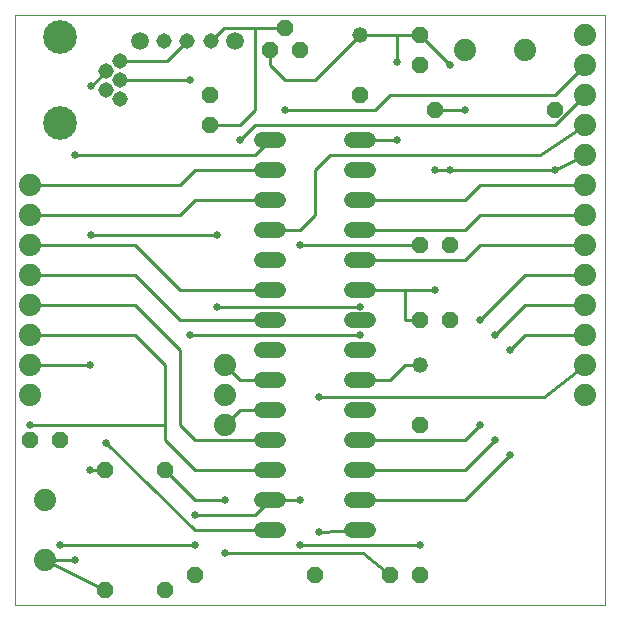
<source format=gtl>
G75*
%MOIN*%
%OFA0B0*%
%FSLAX25Y25*%
%IPPOS*%
%LPD*%
%AMOC8*
5,1,8,0,0,1.08239X$1,22.5*
%
%ADD10C,0.00000*%
%ADD11OC8,0.05200*%
%ADD12C,0.05200*%
%ADD13C,0.05150*%
%ADD14C,0.11220*%
%ADD15C,0.05200*%
%ADD16C,0.05937*%
%ADD17C,0.07400*%
%ADD18C,0.01000*%
%ADD19C,0.02578*%
D10*
X0005060Y0004200D02*
X0005060Y0201050D01*
X0201910Y0201050D01*
X0201910Y0004200D01*
X0005060Y0004200D01*
D11*
X0035060Y0009200D03*
X0055060Y0009200D03*
X0065060Y0014200D03*
X0055060Y0049200D03*
X0035060Y0049200D03*
X0020060Y0059200D03*
X0010060Y0059200D03*
X0105060Y0014200D03*
X0130060Y0014200D03*
X0140060Y0014200D03*
X0140060Y0064200D03*
X0140060Y0099200D03*
X0150060Y0099200D03*
X0150060Y0124200D03*
X0140060Y0124200D03*
X0145060Y0169200D03*
X0140060Y0184200D03*
X0140060Y0194200D03*
X0120060Y0174200D03*
X0100060Y0189200D03*
X0095060Y0196700D03*
X0090060Y0189200D03*
X0070060Y0174200D03*
X0070060Y0164200D03*
X0185060Y0169200D03*
D12*
X0120060Y0194200D03*
X0140060Y0084200D03*
D13*
X0040139Y0172901D03*
X0035414Y0176050D03*
X0040139Y0179200D03*
X0035414Y0182350D03*
X0040139Y0185499D03*
X0054686Y0192200D03*
X0062560Y0192200D03*
X0070434Y0192200D03*
D14*
X0020060Y0193570D03*
X0020060Y0164830D03*
D15*
X0087460Y0159200D02*
X0092660Y0159200D01*
X0092660Y0149200D02*
X0087460Y0149200D01*
X0087460Y0139200D02*
X0092660Y0139200D01*
X0092660Y0129200D02*
X0087460Y0129200D01*
X0087460Y0119200D02*
X0092660Y0119200D01*
X0092660Y0109200D02*
X0087460Y0109200D01*
X0087460Y0099200D02*
X0092660Y0099200D01*
X0092660Y0089200D02*
X0087460Y0089200D01*
X0087460Y0079200D02*
X0092660Y0079200D01*
X0092660Y0069200D02*
X0087460Y0069200D01*
X0087460Y0059200D02*
X0092660Y0059200D01*
X0092660Y0049200D02*
X0087460Y0049200D01*
X0087460Y0039200D02*
X0092660Y0039200D01*
X0092660Y0029200D02*
X0087460Y0029200D01*
X0117460Y0029200D02*
X0122660Y0029200D01*
X0122660Y0039200D02*
X0117460Y0039200D01*
X0117460Y0049200D02*
X0122660Y0049200D01*
X0122660Y0059200D02*
X0117460Y0059200D01*
X0117460Y0069200D02*
X0122660Y0069200D01*
X0122660Y0079200D02*
X0117460Y0079200D01*
X0117460Y0089200D02*
X0122660Y0089200D01*
X0122660Y0099200D02*
X0117460Y0099200D01*
X0117460Y0109200D02*
X0122660Y0109200D01*
X0122660Y0119200D02*
X0117460Y0119200D01*
X0117460Y0129200D02*
X0122660Y0129200D01*
X0122660Y0139200D02*
X0117460Y0139200D01*
X0117460Y0149200D02*
X0122660Y0149200D01*
X0122660Y0159200D02*
X0117460Y0159200D01*
D16*
X0078308Y0192200D03*
X0046812Y0192200D03*
D17*
X0010060Y0144200D03*
X0010060Y0134200D03*
X0010060Y0124200D03*
X0010060Y0114200D03*
X0010060Y0104200D03*
X0010060Y0094200D03*
X0010060Y0084200D03*
X0010060Y0074200D03*
X0015060Y0039200D03*
X0015060Y0019200D03*
X0075060Y0064200D03*
X0075060Y0074200D03*
X0075060Y0084200D03*
X0155060Y0189200D03*
X0175060Y0189200D03*
X0195060Y0184200D03*
X0195060Y0174200D03*
X0195060Y0164200D03*
X0195060Y0154200D03*
X0195060Y0144200D03*
X0195060Y0134200D03*
X0195060Y0124200D03*
X0195060Y0114200D03*
X0195060Y0104200D03*
X0195060Y0094200D03*
X0195060Y0084200D03*
X0195060Y0074200D03*
X0195060Y0194200D03*
D18*
X0195060Y0184200D02*
X0185060Y0174200D01*
X0130060Y0174200D01*
X0125060Y0169200D01*
X0095060Y0169200D01*
X0090060Y0159200D02*
X0085060Y0154200D01*
X0025060Y0154200D01*
X0010060Y0144200D02*
X0060060Y0144200D01*
X0065060Y0149200D01*
X0090060Y0149200D01*
X0090060Y0139200D02*
X0065060Y0139200D01*
X0060060Y0134200D01*
X0010060Y0134200D01*
X0010060Y0124200D02*
X0045060Y0124200D01*
X0060060Y0109200D01*
X0090060Y0109200D01*
X0090060Y0099200D02*
X0060060Y0099200D01*
X0045060Y0114200D01*
X0010060Y0114200D01*
X0010060Y0104200D02*
X0045060Y0104200D01*
X0060060Y0089200D01*
X0060060Y0064200D01*
X0065060Y0059200D01*
X0090060Y0059200D01*
X0090060Y0069200D02*
X0080060Y0069200D01*
X0075060Y0064200D01*
X0080060Y0079200D02*
X0075060Y0084200D01*
X0080060Y0079200D02*
X0090060Y0079200D01*
X0106560Y0073700D02*
X0181560Y0073700D01*
X0195060Y0084200D01*
X0195060Y0094200D02*
X0175060Y0094200D01*
X0170060Y0089200D01*
X0165060Y0094200D02*
X0175060Y0104200D01*
X0195060Y0104200D01*
X0195060Y0114200D02*
X0175060Y0114200D01*
X0160060Y0099200D01*
X0145060Y0109200D02*
X0135060Y0109200D01*
X0135060Y0099200D01*
X0140060Y0099200D01*
X0135060Y0109200D02*
X0120060Y0109200D01*
X0120060Y0103700D02*
X0072560Y0103700D01*
X0063560Y0094200D02*
X0120060Y0094200D01*
X0120060Y0079200D02*
X0130060Y0079200D01*
X0135060Y0084200D01*
X0140060Y0084200D01*
X0160060Y0064200D02*
X0155060Y0059200D01*
X0120060Y0059200D01*
X0120060Y0049200D02*
X0155060Y0049200D01*
X0165060Y0059200D01*
X0170060Y0054200D02*
X0155060Y0039200D01*
X0120060Y0039200D01*
X0120060Y0029200D02*
X0106560Y0028700D01*
X0100060Y0024200D02*
X0140060Y0024200D01*
X0130060Y0014200D02*
X0121060Y0021700D01*
X0075060Y0021700D01*
X0065060Y0024200D02*
X0020060Y0024200D01*
X0015060Y0019200D02*
X0025060Y0019200D01*
X0015060Y0019200D02*
X0035060Y0009200D01*
X0065060Y0029200D02*
X0090060Y0029200D01*
X0085060Y0034200D02*
X0065060Y0034200D01*
X0065060Y0029200D02*
X0035560Y0058200D01*
X0035060Y0049200D02*
X0030060Y0049200D01*
X0010060Y0064200D02*
X0055060Y0064200D01*
X0055060Y0059200D01*
X0065060Y0049200D01*
X0090060Y0049200D01*
X0090060Y0039200D02*
X0085060Y0034200D01*
X0090060Y0039200D02*
X0100060Y0039200D01*
X0075060Y0039200D02*
X0065060Y0039200D01*
X0055060Y0049200D01*
X0055060Y0064200D02*
X0055060Y0084200D01*
X0045060Y0094200D01*
X0010060Y0094200D01*
X0010060Y0084200D02*
X0030060Y0084200D01*
X0030560Y0127700D02*
X0072560Y0127700D01*
X0090060Y0129200D02*
X0100060Y0129200D01*
X0105060Y0134200D01*
X0105060Y0149200D01*
X0110060Y0154200D01*
X0180060Y0154200D01*
X0195060Y0164200D01*
X0195060Y0154200D02*
X0185060Y0149200D01*
X0150060Y0149200D01*
X0145060Y0149200D01*
X0155060Y0139200D02*
X0120060Y0139200D01*
X0120060Y0129200D02*
X0155060Y0129200D01*
X0160060Y0134200D01*
X0195060Y0134200D01*
X0195060Y0144200D02*
X0160060Y0144200D01*
X0155060Y0139200D01*
X0160060Y0124200D02*
X0155060Y0119200D01*
X0120060Y0119200D01*
X0140060Y0124200D02*
X0100060Y0124200D01*
X0120060Y0159200D02*
X0132560Y0159200D01*
X0145060Y0169200D02*
X0155060Y0169200D01*
X0150060Y0184200D02*
X0140060Y0194200D01*
X0132560Y0194200D01*
X0132560Y0185200D01*
X0132560Y0194200D02*
X0120060Y0194200D01*
X0105060Y0179200D01*
X0095060Y0179200D01*
X0090060Y0184200D01*
X0090060Y0189200D01*
X0085060Y0196700D02*
X0095060Y0196700D01*
X0085060Y0196700D02*
X0085060Y0169200D01*
X0080060Y0164200D01*
X0070060Y0164200D01*
X0080060Y0159200D02*
X0085060Y0164200D01*
X0185060Y0164200D01*
X0195060Y0174200D01*
X0195060Y0124200D02*
X0160060Y0124200D01*
X0085060Y0196700D02*
X0074934Y0196700D01*
X0070434Y0192200D01*
X0062560Y0192200D02*
X0055859Y0185499D01*
X0040139Y0185499D01*
X0035414Y0182350D02*
X0035414Y0182054D01*
X0030560Y0177200D01*
X0040139Y0179200D02*
X0063560Y0179200D01*
D19*
X0063560Y0179200D03*
X0080060Y0159200D03*
X0095060Y0169200D03*
X0132560Y0159200D03*
X0145060Y0149200D03*
X0150060Y0149200D03*
X0155060Y0169200D03*
X0150060Y0184200D03*
X0132560Y0185200D03*
X0185060Y0149200D03*
X0145060Y0109200D03*
X0160060Y0099200D03*
X0165060Y0094200D03*
X0170060Y0089200D03*
X0160060Y0064200D03*
X0165060Y0059200D03*
X0170060Y0054200D03*
X0140060Y0024200D03*
X0106560Y0028700D03*
X0100060Y0024200D03*
X0100060Y0039200D03*
X0075060Y0039200D03*
X0065060Y0034200D03*
X0065060Y0024200D03*
X0075060Y0021700D03*
X0035560Y0058200D03*
X0030060Y0049200D03*
X0010060Y0064200D03*
X0030060Y0084200D03*
X0063560Y0094200D03*
X0072560Y0103700D03*
X0072560Y0127700D03*
X0100060Y0124200D03*
X0120060Y0103700D03*
X0120060Y0094200D03*
X0106560Y0073700D03*
X0030560Y0127700D03*
X0025060Y0154200D03*
X0030560Y0177200D03*
X0020060Y0024200D03*
X0025060Y0019200D03*
M02*

</source>
